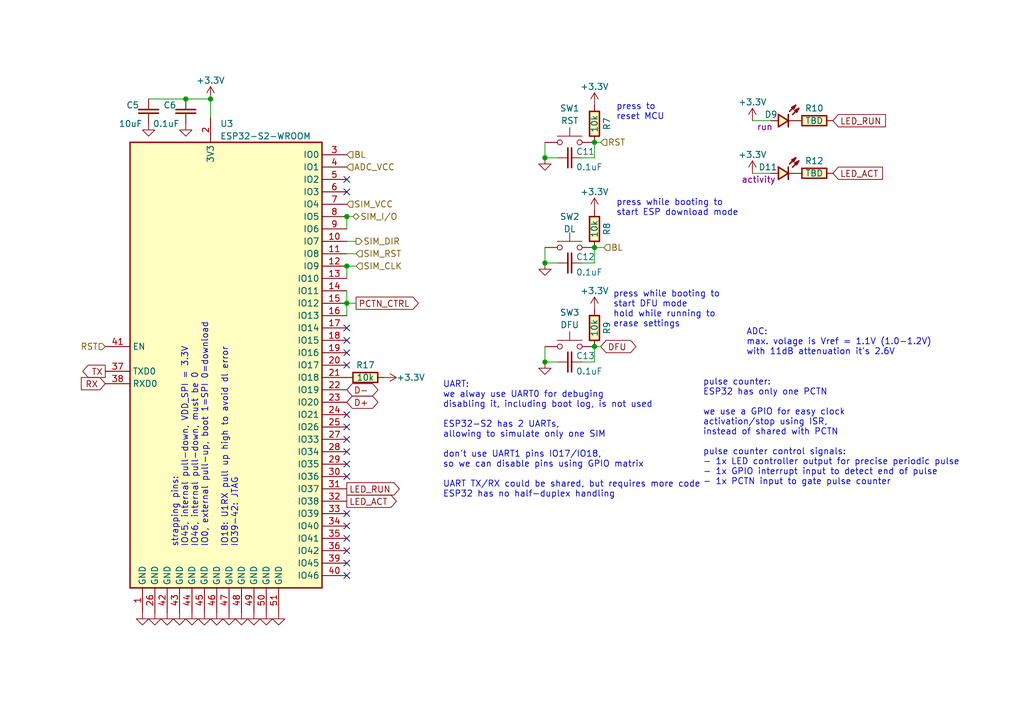
<source format=kicad_sch>
(kicad_sch (version 20230121) (generator eeschema)
  (paper "A5")
  (title_block (title "rSIM") (date "$date$") (rev "$version$.$revision$") (company "CuVoodoo") (comment 1 "King Kévin") (comment 2 "CERN-OHL-S") (comment 3 "ESP32-S2"))
  (lib_symbols
    (symbol "LED/LED0805_1" (pin_numbers hide) (pin_names hide)
      (property "Reference" "D" (at 0 2.032 0))
      (property "Value" "LED0805" (at 0 -2.032 0))
      (symbol "LED/LED0805_1_1_1"
        (polyline (pts (xy 1.016 1.27) (xy 1.016 -1.27)) (stroke (width 0.305)))
        (polyline (pts (xy 1.27 1.905) (xy 2.54 3.175)) (stroke (width 0.305)))
        (polyline (pts (xy 1.905 1.27) (xy 3.175 2.54)) (stroke (width 0.305)))
        (polyline (pts (xy -1.016 1.27) (xy 1.016 0) (xy -1.016 -1.27) (xy -1.016 1.27)) (stroke (width 0.305)) (fill (type background)))
        (polyline (pts (xy 1.725 2.72) (xy 2.54 3.175) (xy 2.085 2.36) (xy 1.725 2.72)) (stroke (width 0.305)) (fill (type outline)))
        (polyline (pts (xy 2.36 2.085) (xy 3.175 2.54) (xy 2.72 1.725) (xy 2.36 2.085)) (stroke (width 0.305)) (fill (type outline)))
        (pin passive line (at 2.54 0 180) (length 1.524) (name "C") (number "1"))
        (pin passive line (at -2.54 0 0) (length 1.524) (name "A") (number "2"))
      )
    )
    (symbol "Switch:SW_Push" (pin_numbers hide) (pin_names (offset 1.016) hide)
      (property "Reference" "SW" (at 1.27 2.54 0))
      (property "Value" "SW_Push" (at 0 -1.524 0))
      (symbol "SW_Push_0_1"
        (circle (center -2.032 0) (radius 0.508))
        (polyline (pts (xy 0 1.27) (xy 0 3.048)))
        (polyline (pts (xy 2.54 1.27) (xy -2.54 1.27)))
        (circle (center 2.032 0) (radius 0.508))
        (pin passive line (at -5.08 0 0) (length 2.54) (name "1") (number "1"))
        (pin passive line (at 5.08 0 180) (length 2.54) (name "2") (number "2"))
      )
    )
    (symbol "capacitor/C0603 0.1uF 16V_1" (pin_numbers hide) (pin_names hide)
      (property "Reference" "C" (at 0 2.794 0))
      (property "Value" "C0603" (at 0 -2.794 0))
      (symbol "capacitor/C0603 0.1uF 16V_1_1_1"
        (polyline (pts (xy -0.381 2.032) (xy -0.381 -2.032)) (stroke (width 0.305)))
        (polyline (pts (xy 0.381 2.032) (xy 0.381 -2.032)) (stroke (width 0.305)))
        (pin passive line (at -2.54 0 0) (length 2.159) (name "L") (number "1"))
        (pin passive line (at 2.54 0 180) (length 2.159) (name "R") (number "2"))
      )
    )
    (symbol "capacitor/C0603 0.1uF 16V_2" (pin_numbers hide) (pin_names hide)
      (property "Reference" "C" (at 0 2.794 0))
      (property "Value" "C0603" (at 0 -2.794 0))
      (symbol "capacitor/C0603 0.1uF 16V_2_1_1"
        (polyline (pts (xy -0.381 2.032) (xy -0.381 -2.032)) (stroke (width 0.305)))
        (polyline (pts (xy 0.381 2.032) (xy 0.381 -2.032)) (stroke (width 0.305)))
        (pin passive line (at -2.54 0 0) (length 2.159) (name "L") (number "1"))
        (pin passive line (at 2.54 0 180) (length 2.159) (name "R") (number "2"))
      )
    )
    (symbol "capacitor/C0603 0.1uF 16V_3" (pin_numbers hide) (pin_names hide)
      (property "Reference" "C" (at 0 2.794 0))
      (property "Value" "C0603" (at 0 -2.794 0))
      (symbol "capacitor/C0603 0.1uF 16V_3_1_1"
        (polyline (pts (xy -0.381 2.032) (xy -0.381 -2.032)) (stroke (width 0.305)))
        (polyline (pts (xy 0.381 2.032) (xy 0.381 -2.032)) (stroke (width 0.305)))
        (pin passive line (at -2.54 0 0) (length 2.159) (name "L") (number "1"))
        (pin passive line (at 2.54 0 180) (length 2.159) (name "R") (number "2"))
      )
    )
    (symbol "capacitor/C0603 0.1uF 16V_4" (pin_numbers hide) (pin_names hide)
      (property "Reference" "C" (at 0 2.794 0))
      (property "Value" "C0603" (at 0 -2.794 0))
      (symbol "capacitor/C0603 0.1uF 16V_4_1_1"
        (polyline (pts (xy -0.381 2.032) (xy -0.381 -2.032)) (stroke (width 0.305)))
        (polyline (pts (xy 0.381 2.032) (xy 0.381 -2.032)) (stroke (width 0.305)))
        (pin passive line (at -2.54 0 0) (length 2.159) (name "L") (number "1"))
        (pin passive line (at 2.54 0 180) (length 2.159) (name "R") (number "2"))
      )
    )
    (symbol "partdb:LED/LED0805" (pin_numbers hide) (pin_names hide)
      (property "Reference" "D" (at 0 2.032 0))
      (property "Value" "LED0805" (at 0 -2.032 0))
      (symbol "LED/LED0805_1_1"
        (polyline (pts (xy 1.016 1.27) (xy 1.016 -1.27)) (stroke (width 0.305)))
        (polyline (pts (xy 1.27 1.905) (xy 2.54 3.175)) (stroke (width 0.305)))
        (polyline (pts (xy 1.905 1.27) (xy 3.175 2.54)) (stroke (width 0.305)))
        (polyline (pts (xy -1.016 1.27) (xy 1.016 0) (xy -1.016 -1.27) (xy -1.016 1.27)) (stroke (width 0.305)) (fill (type background)))
        (polyline (pts (xy 1.725 2.72) (xy 2.54 3.175) (xy 2.085 2.36) (xy 1.725 2.72)) (stroke (width 0.305)) (fill (type outline)))
        (polyline (pts (xy 2.36 2.085) (xy 3.175 2.54) (xy 2.72 1.725) (xy 2.36 2.085)) (stroke (width 0.305)) (fill (type outline)))
        (pin passive line (at 2.54 0 180) (length 1.524) (name "C") (number "1"))
        (pin passive line (at -2.54 0 0) (length 1.524) (name "A") (number "2"))
      )
    )
    (symbol "partdb:MCU/ESP32-S2-WROOM"
      (property "Reference" "U" (at 0 0.762 0))
      (property "Value" "ESP32-S2-WROOM" (at 31.242 -92.202 0))
      (symbol "MCU/ESP32-S2-WROOM_1_1"
        (rectangle (start 0 0) (end 39.37 -91.44) (stroke (width 0.305)) (fill (type background)))
        (pin power_in line (at 2.54 -96.52 90) (length 5.08) (name "GND") (number "1"))
        (pin bidirectional line (at 44.45 -20.32 180) (length 5.08) (name "IO7") (number "10"))
        (pin bidirectional line (at 44.45 -22.86 180) (length 5.08) (name "IO8") (number "11"))
        (pin bidirectional line (at 44.45 -25.4 180) (length 5.08) (name "IO9") (number "12"))
        (pin bidirectional line (at 44.45 -27.94 180) (length 5.08) (name "IO10") (number "13"))
        (pin bidirectional line (at 44.45 -30.48 180) (length 5.08) (name "IO11") (number "14"))
        (pin bidirectional line (at 44.45 -33.02 180) (length 5.08) (name "IO12") (number "15"))
        (pin bidirectional line (at 44.45 -35.56 180) (length 5.08) (name "IO13") (number "16"))
        (pin bidirectional line (at 44.45 -38.1 180) (length 5.08) (name "IO14") (number "17"))
        (pin bidirectional line (at 44.45 -40.64 180) (length 5.08) (name "IO15") (number "18"))
        (pin bidirectional line (at 44.45 -43.18 180) (length 5.08) (name "IO16") (number "19"))
        (pin power_in line (at 16.51 5.08 270) (length 5.08) (name "3V3") (number "2"))
        (pin bidirectional line (at 44.45 -45.72 180) (length 5.08) (name "IO17") (number "20"))
        (pin bidirectional line (at 44.45 -48.26 180) (length 5.08) (name "IO18") (number "21"))
        (pin bidirectional line (at 44.45 -50.8 180) (length 5.08) (name "IO19") (number "22"))
        (pin bidirectional line (at 44.45 -53.34 180) (length 5.08) (name "IO20") (number "23"))
        (pin bidirectional line (at 44.45 -55.88 180) (length 5.08) (name "IO21") (number "24"))
        (pin bidirectional line (at 44.45 -58.42 180) (length 5.08) (name "IO26") (number "25"))
        (pin power_in line (at 5.08 -96.52 90) (length 5.08) (name "GND") (number "26"))
        (pin bidirectional line (at 44.45 -60.96 180) (length 5.08) (name "IO33") (number "27"))
        (pin bidirectional line (at 44.45 -63.5 180) (length 5.08) (name "IO34") (number "28"))
        (pin bidirectional line (at 44.45 -66.04 180) (length 5.08) (name "IO35") (number "29"))
        (pin bidirectional line (at 44.45 -2.54 180) (length 5.08) (name "IO0") (number "3"))
        (pin bidirectional line (at 44.45 -68.58 180) (length 5.08) (name "IO36") (number "30"))
        (pin bidirectional line (at 44.45 -71.12 180) (length 5.08) (name "IO37") (number "31"))
        (pin bidirectional line (at 44.45 -73.66 180) (length 5.08) (name "IO38") (number "32"))
        (pin bidirectional line (at 44.45 -76.2 180) (length 5.08) (name "IO39") (number "33"))
        (pin bidirectional line (at 44.45 -78.74 180) (length 5.08) (name "IO40") (number "34"))
        (pin bidirectional line (at 44.45 -81.28 180) (length 5.08) (name "IO41") (number "35"))
        (pin bidirectional line (at 44.45 -83.82 180) (length 5.08) (name "IO42") (number "36"))
        (pin bidirectional line (at -5.08 -46.99 0) (length 5.08) (name "TXD0") (number "37"))
        (pin bidirectional line (at -5.08 -49.53 0) (length 5.08) (name "RXD0") (number "38"))
        (pin bidirectional line (at 44.45 -86.36 180) (length 5.08) (name "IO45") (number "39"))
        (pin bidirectional line (at 44.45 -5.08 180) (length 5.08) (name "IO1") (number "4"))
        (pin input line (at 44.45 -88.9 180) (length 5.08) (name "IO46") (number "40"))
        (pin input line (at -5.08 -41.91 0) (length 5.08) (name "EN") (number "41"))
        (pin power_in line (at 7.62 -96.52 90) (length 5.08) (name "GND") (number "42"))
        (pin power_in line (at 10.16 -96.52 90) (length 5.08) (name "GND") (number "43"))
        (pin power_in line (at 12.7 -96.52 90) (length 5.08) (name "GND") (number "44"))
        (pin power_in line (at 15.24 -96.52 90) (length 5.08) (name "GND") (number "45"))
        (pin power_in line (at 17.78 -96.52 90) (length 5.08) (name "GND") (number "46"))
        (pin power_in line (at 20.32 -96.52 90) (length 5.08) (name "GND") (number "47"))
        (pin power_in line (at 22.86 -96.52 90) (length 5.08) (name "GND") (number "48"))
        (pin power_in line (at 25.4 -96.52 90) (length 5.08) (name "GND") (number "49"))
        (pin bidirectional line (at 44.45 -7.62 180) (length 5.08) (name "IO2") (number "5"))
        (pin power_in line (at 27.94 -96.52 90) (length 5.08) (name "GND") (number "50"))
        (pin power_in line (at 30.48 -96.52 90) (length 5.08) (name "GND") (number "51"))
        (pin bidirectional line (at 44.45 -10.16 180) (length 5.08) (name "IO3") (number "6"))
        (pin bidirectional line (at 44.45 -12.7 180) (length 5.08) (name "IO4") (number "7"))
        (pin bidirectional line (at 44.45 -15.24 180) (length 5.08) (name "IO5") (number "8"))
        (pin bidirectional line (at 44.45 -17.78 180) (length 5.08) (name "IO6") (number "9"))
      )
    )
    (symbol "partdb:capacitor/C0603 10uF" (pin_numbers hide) (pin_names hide)
      (property "Reference" "C" (at 0 2.794 0))
      (property "Value" "C0603" (at 0 -2.794 0))
      (symbol "capacitor/C0603 10uF_1_1"
        (polyline (pts (xy -0.381 2.032) (xy -0.381 -2.032)) (stroke (width 0.305)))
        (polyline (pts (xy 0.381 2.032) (xy 0.381 -2.032)) (stroke (width 0.305)))
        (pin passive line (at -2.54 0 0) (length 2.159) (name "L") (number "1"))
        (pin passive line (at 2.54 0 180) (length 2.159) (name "R") (number "2"))
      )
    )
    (symbol "partdb:resistor/R0603 10K" (pin_numbers hide) (pin_names hide)
      (property "Reference" "R" (at 0 1.778 0))
      (property "Value" "R0603" (at 0 -1.778 0))
      (symbol "resistor/R0603 10K_1_1"
        (rectangle (start -2.54 1.016) (end 2.54 -1.016) (stroke (width 0.305)) (fill (type background)))
        (pin passive line (at -3.81 0 0) (length 1.27) (name "L") (number "1"))
        (pin passive line (at 3.81 0 180) (length 1.27) (name "R") (number "2"))
      )
    )
    (symbol "partdb:resistor/R0603 1K" (pin_numbers hide) (pin_names hide)
      (property "Reference" "R" (at 0 1.778 0))
      (property "Value" "R0603" (at 0 -1.778 0))
      (symbol "resistor/R0603 1K_1_1"
        (rectangle (start -2.54 1.016) (end 2.54 -1.016) (stroke (width 0.305)) (fill (type background)))
        (pin passive line (at -3.81 0 0) (length 1.27) (name "L") (number "1"))
        (pin passive line (at 3.81 0 180) (length 1.27) (name "R") (number "2"))
      )
    )
    (symbol "power:+3.3V" (power) (pin_names (offset 0))
      (property "Value" "+3.3V" (at 0 3.556 0))
      (symbol "+3.3V_0_1"
        (polyline (pts (xy -0.762 1.27) (xy 0 2.54)))
        (polyline (pts (xy 0 0) (xy 0 2.54)))
        (polyline (pts (xy 0 2.54) (xy 0.762 1.27)))
      )
      (symbol "+3.3V_1_1"
        (pin power_in line (at 0 0 90) (length 0) hide (name "+3.3V") (number "1"))
      )
    )
    (symbol "power:GND" (power) (pin_names (offset 0))
      (property "Value" "GND" (at 0 -3.81 0))
      (symbol "GND_0_1"
        (polyline (pts (xy 0 0) (xy 0 -1.27) (xy 1.27 -1.27) (xy 0 -2.54) (xy -1.27 -1.27) (xy 0 -1.27)))
      )
      (symbol "GND_1_1"
        (pin power_in line (at 0 0 270) (length 0) hide (name "GND") (number "1"))
      )
    )
    (symbol "resistor/R0603 10K_1" (pin_numbers hide) (pin_names hide)
      (property "Reference" "R" (at 0 1.778 0))
      (property "Value" "R0603" (at 0 -1.778 0))
      (symbol "resistor/R0603 10K_1_1_1"
        (rectangle (start -2.54 1.016) (end 2.54 -1.016) (stroke (width 0.305)) (fill (type background)))
        (pin passive line (at -3.81 0 0) (length 1.27) (name "L") (number "1"))
        (pin passive line (at 3.81 0 180) (length 1.27) (name "R") (number "2"))
      )
    )
    (symbol "resistor/R0603 10K_2" (pin_numbers hide) (pin_names hide)
      (property "Reference" "R" (at 0 1.778 0))
      (property "Value" "R0603" (at 0 -1.778 0))
      (symbol "resistor/R0603 10K_2_1_1"
        (rectangle (start -2.54 1.016) (end 2.54 -1.016) (stroke (width 0.305)) (fill (type background)))
        (pin passive line (at -3.81 0 0) (length 1.27) (name "L") (number "1"))
        (pin passive line (at 3.81 0 180) (length 1.27) (name "R") (number "2"))
      )
    )
    (symbol "resistor/R0603 10K_4" (pin_numbers hide) (pin_names hide)
      (property "Reference" "R" (at 0 1.778 0))
      (property "Value" "R0603" (at 0 -1.778 0))
      (symbol "resistor/R0603 10K_4_1_1"
        (rectangle (start -2.54 1.016) (end 2.54 -1.016) (stroke (width 0.305)) (fill (type background)))
        (pin passive line (at -3.81 0 0) (length 1.27) (name "L") (number "1"))
        (pin passive line (at 3.81 0 180) (length 1.27) (name "R") (number "2"))
      )
    )
    (symbol "resistor/R0603 1K_1" (pin_numbers hide) (pin_names hide)
      (property "Reference" "R" (at 0 1.778 0))
      (property "Value" "R0603" (at 0 -1.778 0))
      (symbol "resistor/R0603 1K_1_1_1"
        (rectangle (start -2.54 1.016) (end 2.54 -1.016) (stroke (width 0.305)) (fill (type background)))
        (pin passive line (at -3.81 0 0) (length 1.27) (name "L") (number "1"))
        (pin passive line (at 3.81 0 180) (length 1.27) (name "R") (number "2"))
      )
    )
  )
  (junction (at 121.92 50.8))
  (junction (at 43.18 20.32))
  (junction (at 111.76 53.975))
  (junction (at 71.12 54.61))
  (junction (at 121.92 29.21))
  (junction (at 38.1 20.32))
  (junction (at 111.76 74.295))
  (junction (at 71.12 62.23))
  (junction (at 71.12 44.45))
  (junction (at 111.76 32.385))
  (junction (at 121.92 71.12))
  (no_connect (at 71.12 67.31))
  (no_connect (at 71.12 90.17))
  (no_connect (at 71.12 105.41))
  (no_connect (at 71.12 97.79))
  (no_connect (at 71.12 72.39))
  (no_connect (at 71.12 107.95))
  (no_connect (at 71.12 115.57))
  (no_connect (at 71.12 36.83))
  (no_connect (at 71.12 87.63))
  (no_connect (at 71.12 74.93))
  (no_connect (at 71.12 85.09))
  (no_connect (at 71.12 113.03))
  (no_connect (at 71.12 95.25))
  (no_connect (at 71.12 69.85))
  (no_connect (at 71.12 118.11))
  (no_connect (at 71.12 39.37))
  (no_connect (at 71.12 110.49))
  (no_connect (at 71.12 92.71))
  (wire (pts (xy 121.92 71.12) (xy 121.92 74.295)))
  (wire (pts (xy 121.92 71.12) (xy 123.19 71.12)))
  (wire (pts (xy 43.18 20.32) (xy 38.1 20.32)))
  (wire (pts (xy 73.025 54.61) (xy 71.12 54.61)))
  (wire (pts (xy 123.825 50.8) (xy 121.92 50.8)))
  (wire (pts (xy 43.18 24.13) (xy 43.18 20.32)))
  (wire (pts (xy 121.92 74.295) (xy 119.38 74.295)))
  (wire (pts (xy 72.39 44.45) (xy 71.12 44.45)))
  (wire (pts (xy 111.76 53.975) (xy 111.76 50.8)))
  (wire (pts (xy 111.76 53.975) (xy 114.3 53.975)))
  (wire (pts (xy 71.12 59.69) (xy 71.12 62.23)))
  (wire (pts (xy 111.76 74.295) (xy 111.76 71.12)))
  (wire (pts (xy 71.12 62.23) (xy 71.12 64.77)))
  (wire (pts (xy 121.92 50.8) (xy 121.92 53.975)))
  (wire (pts (xy 121.92 53.975) (xy 119.38 53.975)))
  (wire (pts (xy 71.12 44.45) (xy 71.12 46.99)))
  (wire (pts (xy 71.12 54.61) (xy 71.12 57.15)))
  (wire (pts (xy 121.92 29.21) (xy 121.92 32.385)))
  (wire (pts (xy 121.92 32.385) (xy 119.38 32.385)))
  (wire (pts (xy 154.305 35.56) (xy 158.115 35.56)))
  (wire (pts (xy 154.305 24.765) (xy 158.115 24.765)))
  (wire (pts (xy 73.025 49.53) (xy 71.12 49.53)))
  (wire (pts (xy 71.12 62.23) (xy 73.025 62.23)))
  (wire (pts (xy 111.76 32.385) (xy 114.3 32.385)))
  (wire (pts (xy 111.76 74.295) (xy 114.3 74.295)))
  (wire (pts (xy 30.48 20.32) (xy 38.1 20.32)))
  (wire (pts (xy 73.025 52.07) (xy 71.12 52.07)))
  (wire (pts (xy 123.19 29.21) (xy 121.92 29.21)))
  (wire (pts (xy 111.76 32.385) (xy 111.76 29.21)))
  (text "UART:\nwe alway use UART0 for debuging\ndisabling it, including boot log, is not used\n\nESP32-S2 has 2 UARTs,\nallowing to simulate only one SIM\n\ndon't use UART1 pins IO17/IO18,\nso we can disable pins using GPIO matrix\n\nUART TX/RX could be shared, but requires more code\nESP32 has no half-duplex handling" (at 90.805 102.235 0) (effects (font (size 1.27 1.27)) (justify left bottom)))
  (text "strapping pins:\nIO45, internal pull-down, VDD_SPI = 3.3V\nIO46, internal pull-down, must be 0\nIO0, external pull-up, boot 1=SPI 0=download\n\nIO18: U1RX pull up high to avoid dl error\nIO39-42: JTAG" (at 48.895 112.395 90) (effects (font (size 1.27 1.27)) (justify left bottom)))
  (text "press while booting to\nstart ESP download mode" (at 126.365 44.45 0) (effects (font (size 1.27 1.27)) (justify left bottom)))
  (text "pulse counter:\nESP32 has only one PCTN\n\nwe use a GPIO for easy clock\nactivation/stop using ISR,\ninstead of shared with PCTN\n\npulse counter control signals:\n- 1x LED controller output for precise periodic pulse\n- 1x GPIO interrupt input to detect end of pulse\n- 1x PCTN input to gate pulse counter" (at 144.145 99.695 0) (effects (font (size 1.27 1.27)) (justify left bottom)))
  (text "press to\nreset MCU" (at 126.365 24.765 0) (effects (font (size 1.27 1.27)) (justify left bottom)))
  (text "press while booting to\nstart DFU mode\nhold while running to\nerase settings" (at 125.73 67.31 0) (effects (font (size 1.27 1.27)) (justify left bottom)))
  (text "ADC:\nmax. volage is Vref = 1.1V (1.0-1.2V)\nwith 11dB attenuation it's 2.6V" (at 153.035 73.025 0) (effects (font (size 1.27 1.27)) (justify left bottom)))
  (global_label "LED_ACT" (shape input) (at 170.815 35.56 0) (property "Intersheetrefs" "${INTERSHEET_REFS}" (effects hide)))
  (global_label "RX" (shape input) (at 21.59 78.74 180) (property "Intersheetrefs" "${INTERSHEET_REFS}" (effects hide)))
  (global_label "PCTN_CTRL" (shape output) (at 73.025 62.23 0) (property "Intersheetrefs" "${INTERSHEET_REFS}" (effects hide)))
  (global_label "LED_ACT" (shape output) (at 71.12 102.87 0) (property "Intersheetrefs" "${INTERSHEET_REFS}" (effects hide)))
  (global_label "D-" (shape bidirectional) (at 71.12 80.01 0) (property "Intersheetrefs" "${INTERSHEET_REFS}" (effects hide)))
  (global_label "D+" (shape bidirectional) (at 71.12 82.55 0) (property "Intersheetrefs" "${INTERSHEET_REFS}" (effects hide)))
  (global_label "LED_RUN" (shape input) (at 170.815 24.765 0) (property "Intersheetrefs" "${INTERSHEET_REFS}" (effects hide)))
  (global_label "LED_RUN" (shape output) (at 71.12 100.33 0) (property "Intersheetrefs" "${INTERSHEET_REFS}" (effects hide)))
  (global_label "TX" (shape output) (at 21.59 76.2 180) (property "Intersheetrefs" "${INTERSHEET_REFS}" (effects hide)))
  (global_label "DFU" (shape bidirectional) (at 123.19 71.12 0) (property "Intersheetrefs" "${INTERSHEET_REFS}" (effects hide)))
  (hierarchical_label "ADC_VCC" (shape input) (at 71.12 34.29 0))
  (hierarchical_label "SIM_CLK" (shape input) (at 73.025 54.61 0))
  (hierarchical_label "SIM_I{slash}O" (shape bidirectional) (at 72.39 44.45 0))
  (hierarchical_label "RST" (shape input) (at 123.19 29.21 0))
  (hierarchical_label "SIM_RST" (shape input) (at 73.025 52.07 0))
  (hierarchical_label "BL" (shape input) (at 71.12 31.75 0))
  (hierarchical_label "SIM_DIR" (shape output) (at 73.025 49.53 0))
  (hierarchical_label "BL" (shape input) (at 123.825 50.8 0))
  (hierarchical_label "RST" (shape input) (at 21.59 71.12 180))
  (hierarchical_label "SIM_VCC" (shape input) (at 71.12 41.91 0))
  (symbol (lib_id "power:GND") (at 111.76 32.385 0) (mirror y) (unit 1)
    (property "Reference" "#PWR040" (effects hide))
    (property "Value" "GND" (effects hide))
    (instances (project "rsim" (path "" (reference "#PWR040") (unit 1)) (path "" (reference "#PWR047") (unit 1))))
  )
  (symbol (lib_id "power:GND") (at 46.99 125.73 0) (mirror y) (unit 1)
    (property "Reference" "#PWR051" (effects hide))
    (property "Value" "GND" (effects hide))
    (instances (project "rsim" (path "" (reference "#PWR051") (unit 1)) (path "" (reference "#PWR041") (unit 1))))
  )
  (symbol (lib_id "power:+3.3V") (at 121.92 43.18 0) (unit 1)
    (property "Reference" "#PWR042" (effects hide))
    (property "Value" "+3.3V" (at 121.92 39.37 0))
    (instances (project "rsim" (path "" (reference "#PWR042") (unit 1)) (path "" (reference "#PWR051") (unit 1))))
  )
  (symbol (lib_name "resistor/R0603 1K_1") (lib_id "partdb:resistor/R0603 1K") (at 167.005 24.765 0) (unit 1)
    (property "Reference" "R10" (at 167.005 22.225 0))
    (property "Value" "TBD" (at 167.005 24.765 0))
    (property "Footprint" "qeda:UC1608X55N" (effects hide))
    (property "Datasheet" "resistor, chip, 1.6x0.8 mm" (effects hide))
    (property "qeda_part" "resistor/r0603" (effects hide))
    (property "JLCPCB_CORRECTION" "0;0;-90" (effects hide))
    (property "Description" "1K ±5%" (effects hide))
    (property "name" "resistor, chip, 1.6x0.8 mm" (effects hide))
    (property "LCSC" "C25585" (effects hide))
    (instances (project "rsim" (path "" (reference "R10") (unit 1)) (path "" (reference "R12") (unit 1))))
  )
  (symbol (lib_id "power:+3.3V") (at 154.305 35.56 0) (unit 1)
    (property "Reference" "#PWR089" (effects hide))
    (property "Value" "+3.3V" (at 154.305 31.75 0))
    (instances (project "rsim" (path "" (reference "#PWR089") (unit 1)) (path "" (reference "#PWR054") (unit 1))))
  )
  (symbol (lib_name "LED/LED0805_1") (lib_id "partdb:LED/LED0805") (at 160.655 24.765 0) (unit 1)
    (property "Reference" "D9" (at 158.115 23.495 0))
    (property "Value" "RED" (effects hide))
    (property "Footprint" "qeda:UPC2012X80N" (effects hide))
    (property "Datasheet" "diode, LED, chip, 2.0x1.2 mm" (effects hide))
    (property "qeda_part" "diode/led0805" (effects hide))
    (property "JLCPCB_CORRECTION" "0;0;-90" (effects hide))
    (property "name" "run" (at 156.845 26.035 0))
    (property "Description" "LED 0805" (effects hide))
    (instances (project "rsim" (path "" (reference "D9") (unit 1)) (path "" (reference "D7") (unit 1))))
  )
  (symbol (lib_id "power:GND") (at 31.75 125.73 0) (mirror y) (unit 1)
    (property "Reference" "#PWR045" (effects hide))
    (property "Value" "GND" (effects hide))
    (instances (project "rsim" (path "" (reference "#PWR045") (unit 1)) (path "" (reference "#PWR033") (unit 1))))
  )
  (symbol (lib_id "power:+3.3V") (at 121.92 63.5 0) (unit 1)
    (property "Reference" "#PWR043" (effects hide))
    (property "Value" "+3.3V" (at 121.92 59.69 0))
    (instances (project "rsim" (path "" (reference "#PWR043") (unit 1)) (path "" (reference "#PWR052") (unit 1))))
  )
  (symbol (lib_name "resistor/R0603 10K_4") (lib_id "partdb:resistor/R0603 10K") (at 121.92 67.31 270) (unit 1)
    (property "Reference" "R9" (at 124.46 67.31 0))
    (property "Value" "10k" (at 121.92 67.31 0))
    (property "Footprint" "qeda:UC1608X55N" (effects hide))
    (property "Datasheet" "resistor, chip, 1.6x0.8 mm" (effects hide))
    (property "qeda_part" "resistor/r0603" (effects hide))
    (property "JLCPCB_CORRECTION" "0;0;-90" (effects hide))
    (property "Description" "10K ±5%" (effects hide))
    (property "name" "resistor, chip, 1.6x0.8 mm" (effects hide))
    (property "LCSC" "C15401" (effects hide))
    (instances (project "rsim" (path "" (reference "R9") (unit 1)) (path "" (reference "R11") (unit 1))))
  )
  (symbol (lib_id "power:GND") (at 34.29 125.73 0) (mirror y) (unit 1)
    (property "Reference" "#PWR046" (effects hide))
    (property "Value" "GND" (effects hide))
    (instances (project "rsim" (path "" (reference "#PWR046") (unit 1)) (path "" (reference "#PWR034") (unit 1))))
  )
  (symbol (lib_name "resistor/R0603 10K_2") (lib_id "partdb:resistor/R0603 10K") (at 121.92 25.4 270) (unit 1)
    (property "Reference" "R7" (at 124.46 25.4 0))
    (property "Value" "10k" (at 121.92 25.4 0))
    (property "Footprint" "qeda:UC1608X55N" (effects hide))
    (property "Datasheet" "resistor, chip, 1.6x0.8 mm" (effects hide))
    (property "qeda_part" "resistor/r0603" (effects hide))
    (property "JLCPCB_CORRECTION" "0;0;-90" (effects hide))
    (property "Description" "10K ±5%" (effects hide))
    (property "name" "resistor, chip, 1.6x0.8 mm" (effects hide))
    (property "LCSC" "C15401" (effects hide))
    (instances (project "rsim" (path "" (reference "R7") (unit 1)) (path "" (reference "R9") (unit 1))))
  )
  (symbol (lib_id "power:GND") (at 36.83 125.73 0) (mirror y) (unit 1)
    (property "Reference" "#PWR047" (effects hide))
    (property "Value" "GND" (effects hide))
    (instances (project "rsim" (path "" (reference "#PWR047") (unit 1)) (path "" (reference "#PWR035") (unit 1))))
  )
  (symbol (lib_name "capacitor/C0603 0.1uF 16V_1") (lib_id "partdb:capacitor/C0603 0.1uF 16V") (at 38.1 22.86 90) (unit 1)
    (property "Reference" "C6" (at 36.195 21.59 90) (effects (justify left)))
    (property "Value" "0.1uF" (at 36.83 25.4 90) (effects (justify left)))
    (property "Footprint" "qeda:CAPC1608X92N" (effects hide))
    (property "Datasheet" "Chip capacitor 1.6x0.8 mm" (effects hide))
    (property "qeda_part" "capacitor/c0603" (effects hide))
    (property "JLCPCB_CORRECTION" "0;0;-90" (effects hide))
    (property "Description" "100nF ±20% 16V X7R" (effects hide))
    (property "DigiKey" "311-1335-1-ND" (effects hide))
  )
  (symbol (lib_id "partdb:MCU/ESP32-S2-WROOM") (at 26.67 29.21 0) (unit 1)
    (property "Reference" "U3" (at 45.1359 25.4 0) (effects (justify left)))
    (property "Value" "ESP32-S2-WROOM" (at 45.1359 27.94 0) (effects (justify left)))
    (property "Footprint" "qeda:MCU_ESP32-S2-WROOM" (effects hide))
    (property "Datasheet" "https://www.espressif.com/sites/default/files/documentation/esp32-s2-wroom_esp32-s2-wroom-i_datasheet_en.pdf" (effects hide))
    (property "qeda_part" "mcu/espressif_esp32-s2-wroom" (effects hide))
    (property "Description" "ESP32-S2 module, 4MB flash, PCB antenna" (effects hide))
    (property "LCSC" "C967025" (effects hide))
  )
  (symbol (lib_id "partdb:resistor/R0603 10K") (at 74.93 77.47 0) (unit 1)
    (property "Reference" "R17" (at 74.93 74.93 0))
    (property "Value" "10k" (at 74.93 77.47 0))
    (property "Footprint" "qeda:UC1608X55N" (effects hide))
    (property "Datasheet" "resistor, chip, 1.6x0.8 mm" (effects hide))
    (property "qeda_part" "resistor/r0603" (effects hide))
    (property "JLCPCB_CORRECTION" "0;0;-90" (effects hide))
    (property "Description" "10K ±5%" (effects hide))
    (property "name" "resistor, chip, 1.6x0.8 mm" (effects hide))
    (property "LCSC" "C15401" (effects hide))
    (instances (project "rsim" (path "" (reference "R17") (unit 1)) (path "" (reference "R8") (unit 1))))
  )
  (symbol (lib_id "power:GND") (at 49.53 125.73 0) (mirror y) (unit 1)
    (property "Reference" "#PWR052" (effects hide))
    (property "Value" "GND" (effects hide))
    (instances (project "rsim" (path "" (reference "#PWR052") (unit 1)) (path "" (reference "#PWR042") (unit 1))))
  )
  (symbol (lib_id "Switch:SW_Push") (at 116.84 29.21 0) (unit 1)
    (property "Reference" "SW1" (at 116.84 22.225 0))
    (property "Value" "RST" (at 116.84 24.765 0))
    (property "Footprint" "qeda:MECHANICAL_1TS002E" (effects hide))
  )
  (symbol (lib_id "partdb:capacitor/C0603 10uF") (at 30.48 22.86 90) (unit 1)
    (property "Reference" "C5" (at 28.575 21.59 90) (effects (justify left)))
    (property "Value" "10uF" (at 29.21 25.4 90) (effects (justify left)))
    (property "Footprint" "qeda:CAPC1608X92N" (effects hide))
    (property "Datasheet" "Chip capacitor 1.6x0.8 mm" (effects hide))
    (property "qeda_part" "capacitor/c0603" (effects hide))
    (property "JLCPCB_CORRECTION" "0;0;-90" (effects hide))
    (property "Description" "10V X5R 20%" (effects hide))
    (property "LCSC" "C85713" (effects hide))
    (property "JLCPCB" "C19702" (effects hide))
  )
  (symbol (lib_name "resistor/R0603 10K_1") (lib_id "partdb:resistor/R0603 10K") (at 121.92 46.99 270) (unit 1)
    (property "Reference" "R8" (at 124.46 46.99 0))
    (property "Value" "10k" (at 121.92 46.99 0))
    (property "Footprint" "qeda:UC1608X55N" (effects hide))
    (property "Datasheet" "resistor, chip, 1.6x0.8 mm" (effects hide))
    (property "qeda_part" "resistor/r0603" (effects hide))
    (property "JLCPCB_CORRECTION" "0;0;-90" (effects hide))
    (property "Description" "10K ±5%" (effects hide))
    (property "name" "resistor, chip, 1.6x0.8 mm" (effects hide))
    (property "LCSC" "C15401" (effects hide))
    (instances (project "rsim" (path "" (reference "R8") (unit 1)) (path "" (reference "R10") (unit 1))))
  )
  (symbol (lib_id "partdb:resistor/R0603 1K") (at 167.005 35.56 0) (unit 1)
    (property "Reference" "R12" (at 167.005 33.02 0))
    (property "Value" "TBD" (at 167.005 35.56 0))
    (property "Footprint" "qeda:UC1608X55N" (effects hide))
    (property "Datasheet" "resistor, chip, 1.6x0.8 mm" (effects hide))
    (property "qeda_part" "resistor/r0603" (effects hide))
    (property "JLCPCB_CORRECTION" "0;0;-90" (effects hide))
    (property "Description" "1K ±5%" (effects hide))
    (property "name" "resistor, chip, 1.6x0.8 mm" (effects hide))
    (property "LCSC" "C25585" (effects hide))
    (instances (project "rsim" (path "" (reference "R12") (unit 1)) (path "" (reference "R13") (unit 1))))
  )
  (symbol (lib_name "capacitor/C0603 0.1uF 16V_4") (lib_id "partdb:capacitor/C0603 0.1uF 16V") (at 116.84 74.295 0) (unit 1)
    (property "Reference" "C13" (at 118.11 73.025 0) (effects (justify left)))
    (property "Value" "0.1uF" (at 118.11 76.2 0) (effects (justify left)))
    (property "Footprint" "qeda:CAPC1608X92N" (effects hide))
    (property "Datasheet" "Chip capacitor 1.6x0.8 mm" (effects hide))
    (property "qeda_part" "capacitor/c0603" (effects hide))
    (property "JLCPCB_CORRECTION" "0;0;-90" (effects hide))
    (property "Description" "100nF ±20% 16V X7R" (effects hide))
    (property "DigiKey" "311-1335-1-ND" (effects hide))
    (instances (project "rsim" (path "" (reference "C13") (unit 1)) (path "" (reference "C9") (unit 1))))
  )
  (symbol (lib_id "Switch:SW_Push") (at 116.84 50.8 0) (unit 1)
    (property "Reference" "SW2" (at 116.84 44.45 0))
    (property "Value" "DL" (at 116.84 46.99 0))
    (property "Footprint" "qeda:MECHANICAL_1TS002E" (effects hide))
  )
  (symbol (lib_id "power:+3.3V") (at 78.74 77.47 270) (unit 1)
    (property "Reference" "#PWR094" (effects hide))
    (property "Value" "+3.3V" (at 81.28 77.47 90) (effects (justify left)))
    (instances (project "rsim" (path "" (reference "#PWR094") (unit 1)) (path "" (reference "#PWR046") (unit 1))))
  )
  (symbol (lib_name "capacitor/C0603 0.1uF 16V_2") (lib_id "partdb:capacitor/C0603 0.1uF 16V") (at 116.84 53.975 0) (unit 1)
    (property "Reference" "C12" (at 118.11 52.705 0) (effects (justify left)))
    (property "Value" "0.1uF" (at 118.11 55.88 0) (effects (justify left)))
    (property "Footprint" "qeda:CAPC1608X92N" (effects hide))
    (property "Datasheet" "Chip capacitor 1.6x0.8 mm" (effects hide))
    (property "qeda_part" "capacitor/c0603" (effects hide))
    (property "JLCPCB_CORRECTION" "0;0;-90" (effects hide))
    (property "Description" "100nF ±20% 16V X7R" (effects hide))
    (property "DigiKey" "311-1335-1-ND" (effects hide))
    (instances (project "rsim" (path "" (reference "C12") (unit 1)) (path "" (reference "C8") (unit 1))))
  )
  (symbol (lib_id "partdb:LED/LED0805") (at 160.655 35.56 0) (unit 1)
    (property "Reference" "D11" (at 157.48 34.29 0))
    (property "Value" "RED" (effects hide))
    (property "Footprint" "qeda:UPC2012X80N" (effects hide))
    (property "Datasheet" "diode, LED, chip, 2.0x1.2 mm" (effects hide))
    (property "qeda_part" "diode/led0805" (effects hide))
    (property "JLCPCB_CORRECTION" "0;0;-90" (effects hide))
    (property "name" "activity" (at 155.575 36.83 0))
    (property "Description" "LED 0805" (effects hide))
    (instances (project "rsim" (path "" (reference "D11") (unit 1)) (path "" (reference "D8") (unit 1))))
  )
  (symbol (lib_id "power:+3.3V") (at 154.305 24.765 0) (unit 1)
    (property "Reference" "#PWR086" (effects hide))
    (property "Value" "+3.3V" (at 154.305 20.955 0))
    (instances (project "rsim" (path "" (reference "#PWR086") (unit 1)) (path "" (reference "#PWR053") (unit 1))))
  )
  (symbol (lib_id "Switch:SW_Push") (at 116.84 71.12 0) (unit 1)
    (property "Reference" "SW3" (at 116.84 64.135 0))
    (property "Value" "DFU" (at 116.84 66.675 0))
    (property "Footprint" "qeda:MECHANICAL_1TS002E" (effects hide))
  )
  (symbol (lib_id "power:GND") (at 44.45 125.73 0) (mirror y) (unit 1)
    (property "Reference" "#PWR050" (effects hide))
    (property "Value" "GND" (effects hide))
    (instances (project "rsim" (path "" (reference "#PWR050") (unit 1)) (path "" (reference "#PWR040") (unit 1))))
  )
  (symbol (lib_id "power:GND") (at 111.76 53.975 0) (mirror y) (unit 1)
    (property "Reference" "#PWR039" (effects hide))
    (property "Value" "GND" (effects hide))
    (instances (project "rsim" (path "" (reference "#PWR039") (unit 1)) (path "" (reference "#PWR048") (unit 1))))
  )
  (symbol (lib_id "power:GND") (at 52.07 125.73 0) (mirror y) (unit 1)
    (property "Reference" "#PWR053" (effects hide))
    (property "Value" "GND" (effects hide))
    (instances (project "rsim" (path "" (reference "#PWR053") (unit 1)) (path "" (reference "#PWR043") (unit 1))))
  )
  (symbol (lib_id "power:GND") (at 29.21 125.73 0) (mirror y) (unit 1)
    (property "Reference" "#PWR044" (effects hide))
    (property "Value" "GND" (effects hide))
    (instances (project "rsim" (path "" (reference "#PWR044") (unit 1)) (path "" (reference "#PWR031") (unit 1))))
  )
  (symbol (lib_id "power:GND") (at 54.61 125.73 0) (mirror y) (unit 1)
    (property "Reference" "#PWR054" (effects hide))
    (property "Value" "GND" (effects hide))
    (instances (project "rsim" (path "" (reference "#PWR054") (unit 1)) (path "" (reference "#PWR044") (unit 1))))
  )
  (symbol (lib_id "power:GND") (at 38.1 25.4 0) (unit 1)
    (property "Reference" "#PWR03" (effects hide))
    (property "Value" "GND" (effects hide))
    (instances (project "rsim" (path "" (reference "#PWR03") (unit 1)) (path "" (reference "#PWR036") (unit 1))))
  )
  (symbol (lib_id "power:+3.3V") (at 43.18 20.32 0) (unit 1)
    (property "Reference" "#PWR059" (effects hide))
    (property "Value" "+3.3V" (at 43.18 16.51 0))
    (instances (project "rsim" (path "" (reference "#PWR059") (unit 1)) (path "" (reference "#PWR039") (unit 1))))
  )
  (symbol (lib_name "capacitor/C0603 0.1uF 16V_3") (lib_id "partdb:capacitor/C0603 0.1uF 16V") (at 116.84 32.385 0) (unit 1)
    (property "Reference" "C11" (at 118.11 31.115 0) (effects (justify left)))
    (property "Value" "0.1uF" (at 118.11 34.29 0) (effects (justify left)))
    (property "Footprint" "qeda:CAPC1608X92N" (effects hide))
    (property "Datasheet" "Chip capacitor 1.6x0.8 mm" (effects hide))
    (property "qeda_part" "capacitor/c0603" (effects hide))
    (property "JLCPCB_CORRECTION" "0;0;-90" (effects hide))
    (property "Description" "100nF ±20% 16V X7R" (effects hide))
    (property "DigiKey" "311-1335-1-ND" (effects hide))
    (instances (project "rsim" (path "" (reference "C11") (unit 1)) (path "" (reference "C7") (unit 1))))
  )
  (symbol (lib_id "power:GND") (at 41.91 125.73 0) (mirror y) (unit 1)
    (property "Reference" "#PWR049" (effects hide))
    (property "Value" "GND" (effects hide))
    (instances (project "rsim" (path "" (reference "#PWR049") (unit 1)) (path "" (reference "#PWR038") (unit 1))))
  )
  (symbol (lib_id "power:GND") (at 30.48 25.4 0) (unit 1)
    (property "Reference" "#PWR017" (effects hide))
    (property "Value" "GND" (effects hide))
    (instances (project "rsim" (path "" (reference "#PWR017") (unit 1)) (path "" (reference "#PWR032") (unit 1))))
  )
  (symbol (lib_id "power:GND") (at 39.37 125.73 0) (mirror y) (unit 1)
    (property "Reference" "#PWR048" (effects hide))
    (property "Value" "GND" (effects hide))
    (instances (project "rsim" (path "" (reference "#PWR048") (unit 1)) (path "" (reference "#PWR037") (unit 1))))
  )
  (symbol (lib_id "power:GND") (at 111.76 74.295 0) (mirror y) (unit 1)
    (property "Reference" "#PWR038" (effects hide))
    (property "Value" "GND" (effects hide))
    (instances (project "rsim" (path "" (reference "#PWR038") (unit 1)) (path "" (reference "#PWR049") (unit 1))))
  )
  (symbol (lib_id "power:+3.3V") (at 121.92 21.59 0) (unit 1)
    (property "Reference" "#PWR041" (effects hide))
    (property "Value" "+3.3V" (at 121.92 17.78 0))
    (instances (project "rsim" (path "" (reference "#PWR041") (unit 1)) (path "" (reference "#PWR050") (unit 1))))
  )
  (symbol (lib_id "power:GND") (at 57.15 125.73 0) (mirror y) (unit 1)
    (property "Reference" "#PWR055" (effects hide))
    (property "Value" "GND" (effects hide))
    (instances (project "rsim" (path "" (reference "#PWR055") (unit 1)) (path "" (reference "#PWR045") (unit 1))))
  )
)
</source>
